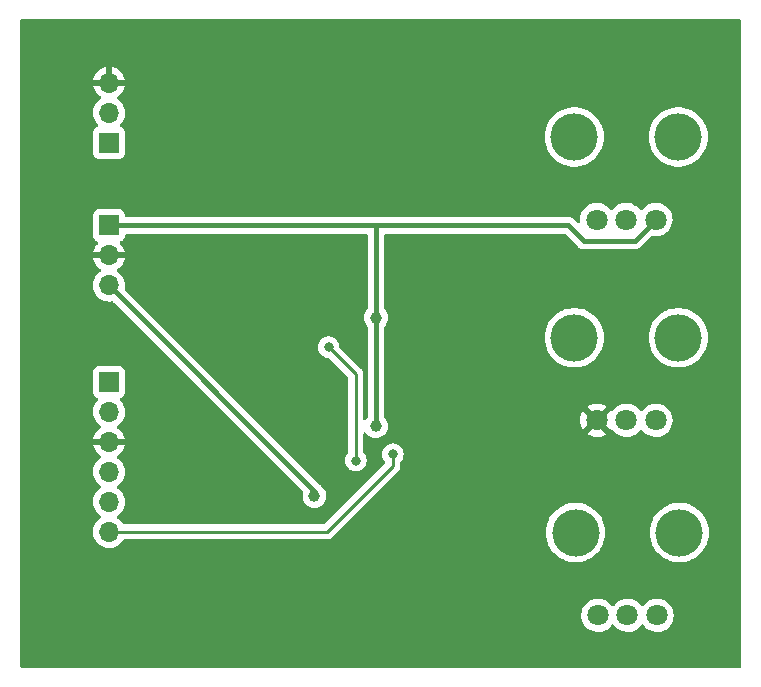
<source format=gbr>
%TF.GenerationSoftware,KiCad,Pcbnew,(6.0.11)*%
%TF.CreationDate,2023-01-31T16:53:48+00:00*%
%TF.ProjectId,Quilter,5175696c-7465-4722-9e6b-696361645f70,rev?*%
%TF.SameCoordinates,Original*%
%TF.FileFunction,Copper,L2,Bot*%
%TF.FilePolarity,Positive*%
%FSLAX46Y46*%
G04 Gerber Fmt 4.6, Leading zero omitted, Abs format (unit mm)*
G04 Created by KiCad (PCBNEW (6.0.11)) date 2023-01-31 16:53:48*
%MOMM*%
%LPD*%
G01*
G04 APERTURE LIST*
%TA.AperFunction,ComponentPad*%
%ADD10C,1.800000*%
%TD*%
%TA.AperFunction,WasherPad*%
%ADD11C,4.000000*%
%TD*%
%TA.AperFunction,ComponentPad*%
%ADD12R,1.700000X1.700000*%
%TD*%
%TA.AperFunction,ComponentPad*%
%ADD13O,1.700000X1.700000*%
%TD*%
%TA.AperFunction,ViaPad*%
%ADD14C,0.800000*%
%TD*%
%TA.AperFunction,ViaPad*%
%ADD15C,1.000000*%
%TD*%
%TA.AperFunction,Conductor*%
%ADD16C,0.400000*%
%TD*%
%TA.AperFunction,Conductor*%
%ADD17C,0.250000*%
%TD*%
G04 APERTURE END LIST*
D10*
%TO.P,FREQ_OFFSET1,3,3*%
%TO.N,-12V*%
X87300000Y-57500000D03*
%TO.P,FREQ_OFFSET1,2,2*%
%TO.N,Net-(FREQ_OFFSET1-Pad2)*%
X89800000Y-57500000D03*
%TO.P,FREQ_OFFSET1,1,1*%
%TO.N,+12V*%
X92300000Y-57500000D03*
D11*
%TO.P,FREQ_OFFSET1,*%
%TO.N,*%
X85400000Y-50500000D03*
X94200000Y-50500000D03*
%TD*%
D10*
%TO.P,Q_CTRL1,3,3*%
%TO.N,GND*%
X87300000Y-74500000D03*
%TO.P,Q_CTRL1,2,2*%
%TO.N,Net-(R12-Pad1)*%
X89800000Y-74500000D03*
%TO.P,Q_CTRL1,1,1*%
%TO.N,+12V*%
X92300000Y-74500000D03*
D11*
%TO.P,Q_CTRL1,*%
%TO.N,*%
X85400000Y-67500000D03*
X94200000Y-67500000D03*
%TD*%
D10*
%TO.P,V_OCT1,3,3*%
%TO.N,Net-(R9-Pad2)*%
X87400000Y-91000000D03*
%TO.P,V_OCT1,2,2*%
X89900000Y-91000000D03*
%TO.P,V_OCT1,1,1*%
%TO.N,Net-(R8-Pad1)*%
X92400000Y-91000000D03*
D11*
%TO.P,V_OCT1,*%
%TO.N,*%
X85500000Y-84000000D03*
X94300000Y-84000000D03*
%TD*%
D12*
%TO.P,J3,1,Pin_1*%
%TO.N,+12V*%
X46000000Y-51000000D03*
D13*
%TO.P,J3,2,Pin_2*%
%TO.N,-12V*%
X46000000Y-48460000D03*
%TO.P,J3,3,Pin_3*%
%TO.N,GND*%
X46000000Y-45920000D03*
%TD*%
D12*
%TO.P,J2,1,Pin_1*%
%TO.N,+12V*%
X46000000Y-58000000D03*
D13*
%TO.P,J2,2,Pin_2*%
%TO.N,GND*%
X46000000Y-60540000D03*
%TO.P,J2,3,Pin_3*%
%TO.N,-12V*%
X46000000Y-63080000D03*
%TD*%
D12*
%TO.P,J1,1,Pin_1*%
%TO.N,/SIG_IN+*%
X46000000Y-71250000D03*
D13*
%TO.P,J1,2,Pin_2*%
%TO.N,/SIG_IN-*%
X46000000Y-73790000D03*
%TO.P,J1,3,Pin_3*%
%TO.N,GND*%
X46000000Y-76330000D03*
%TO.P,J1,4,Pin_4*%
%TO.N,/FREQ1*%
X46000000Y-78870000D03*
%TO.P,J1,5,Pin_5*%
%TO.N,/FREQ2*%
X46000000Y-81410000D03*
%TO.P,J1,6,Pin_6*%
%TO.N,/MIX_OUT*%
X46000000Y-83950000D03*
%TD*%
D14*
%TO.N,GND*%
X69700000Y-72300000D03*
X69900000Y-62800000D03*
X75100000Y-66500000D03*
X56600000Y-66500000D03*
%TO.N,/MIX_OUT*%
X70035000Y-77365000D03*
%TO.N,GND*%
X61400000Y-80100000D03*
X60900000Y-74800000D03*
D15*
%TO.N,-12V*%
X63400000Y-80900000D03*
D14*
%TO.N,Net-(C8-Pad2)*%
X66900000Y-77900000D03*
X64600000Y-68300000D03*
D15*
%TO.N,+12V*%
X68599999Y-65799999D03*
X68599999Y-74999999D03*
%TD*%
D16*
%TO.N,+12V*%
X90500000Y-59300000D02*
X92300000Y-57500000D01*
X86200000Y-59300000D02*
X90500000Y-59300000D01*
X84900000Y-58000000D02*
X86200000Y-59300000D01*
X68700000Y-58000000D02*
X84900000Y-58000000D01*
D17*
%TO.N,/MIX_OUT*%
X70035000Y-78365000D02*
X64450000Y-83950000D01*
X70035000Y-77365000D02*
X70035000Y-78365000D01*
X64450000Y-83950000D02*
X46000000Y-83950000D01*
D16*
%TO.N,-12V*%
X63400000Y-80480000D02*
X63400000Y-80900000D01*
X46000000Y-63080000D02*
X63400000Y-80480000D01*
D17*
%TO.N,Net-(C8-Pad2)*%
X66900000Y-70600000D02*
X66900000Y-77900000D01*
X64600000Y-68300000D02*
X66900000Y-70600000D01*
D16*
%TO.N,+12V*%
X68599999Y-65799999D02*
X68599999Y-74999999D01*
X68600000Y-58100000D02*
X68599999Y-65799999D01*
X68700000Y-58000000D02*
X68600000Y-58100000D01*
X46000000Y-58000000D02*
X68700000Y-58000000D01*
%TD*%
%TA.AperFunction,Conductor*%
%TO.N,GND*%
G36*
X99433621Y-40528502D02*
G01*
X99480114Y-40582158D01*
X99491500Y-40634500D01*
X99491500Y-95365500D01*
X99471498Y-95433621D01*
X99417842Y-95480114D01*
X99365500Y-95491500D01*
X38634500Y-95491500D01*
X38566379Y-95471498D01*
X38519886Y-95417842D01*
X38508500Y-95365500D01*
X38508500Y-90965469D01*
X85987095Y-90965469D01*
X85987392Y-90970622D01*
X85987392Y-90970625D01*
X85993067Y-91069041D01*
X86000427Y-91196697D01*
X86001564Y-91201743D01*
X86001565Y-91201749D01*
X86033741Y-91344523D01*
X86051346Y-91422642D01*
X86053288Y-91427424D01*
X86053289Y-91427428D01*
X86136540Y-91632450D01*
X86138484Y-91637237D01*
X86259501Y-91834719D01*
X86411147Y-92009784D01*
X86589349Y-92157730D01*
X86789322Y-92274584D01*
X87005694Y-92357209D01*
X87010760Y-92358240D01*
X87010761Y-92358240D01*
X87063846Y-92369040D01*
X87232656Y-92403385D01*
X87363324Y-92408176D01*
X87458949Y-92411683D01*
X87458953Y-92411683D01*
X87464113Y-92411872D01*
X87469233Y-92411216D01*
X87469235Y-92411216D01*
X87542270Y-92401860D01*
X87693847Y-92382442D01*
X87698795Y-92380957D01*
X87698802Y-92380956D01*
X87910747Y-92317369D01*
X87915690Y-92315886D01*
X87996236Y-92276427D01*
X88119049Y-92216262D01*
X88119052Y-92216260D01*
X88123684Y-92213991D01*
X88312243Y-92079494D01*
X88476303Y-91916005D01*
X88545370Y-91819888D01*
X88601365Y-91776240D01*
X88672068Y-91769794D01*
X88735033Y-91802597D01*
X88755128Y-91827584D01*
X88756799Y-91830311D01*
X88756804Y-91830317D01*
X88759501Y-91834719D01*
X88911147Y-92009784D01*
X89089349Y-92157730D01*
X89289322Y-92274584D01*
X89505694Y-92357209D01*
X89510760Y-92358240D01*
X89510761Y-92358240D01*
X89563846Y-92369040D01*
X89732656Y-92403385D01*
X89863324Y-92408176D01*
X89958949Y-92411683D01*
X89958953Y-92411683D01*
X89964113Y-92411872D01*
X89969233Y-92411216D01*
X89969235Y-92411216D01*
X90042270Y-92401860D01*
X90193847Y-92382442D01*
X90198795Y-92380957D01*
X90198802Y-92380956D01*
X90410747Y-92317369D01*
X90415690Y-92315886D01*
X90496236Y-92276427D01*
X90619049Y-92216262D01*
X90619052Y-92216260D01*
X90623684Y-92213991D01*
X90812243Y-92079494D01*
X90976303Y-91916005D01*
X91045370Y-91819888D01*
X91101365Y-91776240D01*
X91172068Y-91769794D01*
X91235033Y-91802597D01*
X91255128Y-91827584D01*
X91256799Y-91830311D01*
X91256804Y-91830317D01*
X91259501Y-91834719D01*
X91411147Y-92009784D01*
X91589349Y-92157730D01*
X91789322Y-92274584D01*
X92005694Y-92357209D01*
X92010760Y-92358240D01*
X92010761Y-92358240D01*
X92063846Y-92369040D01*
X92232656Y-92403385D01*
X92363324Y-92408176D01*
X92458949Y-92411683D01*
X92458953Y-92411683D01*
X92464113Y-92411872D01*
X92469233Y-92411216D01*
X92469235Y-92411216D01*
X92542270Y-92401860D01*
X92693847Y-92382442D01*
X92698795Y-92380957D01*
X92698802Y-92380956D01*
X92910747Y-92317369D01*
X92915690Y-92315886D01*
X92996236Y-92276427D01*
X93119049Y-92216262D01*
X93119052Y-92216260D01*
X93123684Y-92213991D01*
X93312243Y-92079494D01*
X93476303Y-91916005D01*
X93611458Y-91727917D01*
X93658641Y-91632450D01*
X93711784Y-91524922D01*
X93711785Y-91524920D01*
X93714078Y-91520280D01*
X93781408Y-91298671D01*
X93811640Y-91069041D01*
X93813327Y-91000000D01*
X93807032Y-90923434D01*
X93794773Y-90774318D01*
X93794772Y-90774312D01*
X93794349Y-90769167D01*
X93737925Y-90544533D01*
X93735866Y-90539797D01*
X93647630Y-90336868D01*
X93647628Y-90336865D01*
X93645570Y-90332131D01*
X93519764Y-90137665D01*
X93363887Y-89966358D01*
X93359836Y-89963159D01*
X93359832Y-89963155D01*
X93186177Y-89826011D01*
X93186172Y-89826008D01*
X93182123Y-89822810D01*
X93177607Y-89820317D01*
X93177604Y-89820315D01*
X92983879Y-89713373D01*
X92983875Y-89713371D01*
X92979355Y-89710876D01*
X92974486Y-89709152D01*
X92974482Y-89709150D01*
X92765903Y-89635288D01*
X92765899Y-89635287D01*
X92761028Y-89633562D01*
X92755935Y-89632655D01*
X92755932Y-89632654D01*
X92538095Y-89593851D01*
X92538089Y-89593850D01*
X92533006Y-89592945D01*
X92460096Y-89592054D01*
X92306581Y-89590179D01*
X92306579Y-89590179D01*
X92301411Y-89590116D01*
X92072464Y-89625150D01*
X91852314Y-89697106D01*
X91847726Y-89699494D01*
X91847722Y-89699496D01*
X91821065Y-89713373D01*
X91646872Y-89804052D01*
X91642739Y-89807155D01*
X91642736Y-89807157D01*
X91617625Y-89826011D01*
X91461655Y-89943117D01*
X91301639Y-90110564D01*
X91254836Y-90179174D01*
X91199927Y-90224175D01*
X91129402Y-90232346D01*
X91065655Y-90201092D01*
X91044959Y-90176609D01*
X91022577Y-90142013D01*
X91022574Y-90142009D01*
X91019764Y-90137665D01*
X90863887Y-89966358D01*
X90859836Y-89963159D01*
X90859832Y-89963155D01*
X90686177Y-89826011D01*
X90686172Y-89826008D01*
X90682123Y-89822810D01*
X90677607Y-89820317D01*
X90677604Y-89820315D01*
X90483879Y-89713373D01*
X90483875Y-89713371D01*
X90479355Y-89710876D01*
X90474486Y-89709152D01*
X90474482Y-89709150D01*
X90265903Y-89635288D01*
X90265899Y-89635287D01*
X90261028Y-89633562D01*
X90255935Y-89632655D01*
X90255932Y-89632654D01*
X90038095Y-89593851D01*
X90038089Y-89593850D01*
X90033006Y-89592945D01*
X89960096Y-89592054D01*
X89806581Y-89590179D01*
X89806579Y-89590179D01*
X89801411Y-89590116D01*
X89572464Y-89625150D01*
X89352314Y-89697106D01*
X89347726Y-89699494D01*
X89347722Y-89699496D01*
X89321065Y-89713373D01*
X89146872Y-89804052D01*
X89142739Y-89807155D01*
X89142736Y-89807157D01*
X89117625Y-89826011D01*
X88961655Y-89943117D01*
X88801639Y-90110564D01*
X88754836Y-90179174D01*
X88699927Y-90224175D01*
X88629402Y-90232346D01*
X88565655Y-90201092D01*
X88544959Y-90176609D01*
X88522577Y-90142013D01*
X88522574Y-90142009D01*
X88519764Y-90137665D01*
X88363887Y-89966358D01*
X88359836Y-89963159D01*
X88359832Y-89963155D01*
X88186177Y-89826011D01*
X88186172Y-89826008D01*
X88182123Y-89822810D01*
X88177607Y-89820317D01*
X88177604Y-89820315D01*
X87983879Y-89713373D01*
X87983875Y-89713371D01*
X87979355Y-89710876D01*
X87974486Y-89709152D01*
X87974482Y-89709150D01*
X87765903Y-89635288D01*
X87765899Y-89635287D01*
X87761028Y-89633562D01*
X87755935Y-89632655D01*
X87755932Y-89632654D01*
X87538095Y-89593851D01*
X87538089Y-89593850D01*
X87533006Y-89592945D01*
X87460096Y-89592054D01*
X87306581Y-89590179D01*
X87306579Y-89590179D01*
X87301411Y-89590116D01*
X87072464Y-89625150D01*
X86852314Y-89697106D01*
X86847726Y-89699494D01*
X86847722Y-89699496D01*
X86821065Y-89713373D01*
X86646872Y-89804052D01*
X86642739Y-89807155D01*
X86642736Y-89807157D01*
X86617625Y-89826011D01*
X86461655Y-89943117D01*
X86301639Y-90110564D01*
X86298730Y-90114829D01*
X86298724Y-90114837D01*
X86283152Y-90137665D01*
X86171119Y-90301899D01*
X86073602Y-90511981D01*
X86011707Y-90735169D01*
X85987095Y-90965469D01*
X38508500Y-90965469D01*
X38508500Y-83916695D01*
X44637251Y-83916695D01*
X44650110Y-84139715D01*
X44651247Y-84144761D01*
X44651248Y-84144767D01*
X44675304Y-84251508D01*
X44699222Y-84357639D01*
X44759014Y-84504890D01*
X44776662Y-84548351D01*
X44783266Y-84564616D01*
X44899987Y-84755088D01*
X45046250Y-84923938D01*
X45218126Y-85066632D01*
X45411000Y-85179338D01*
X45619692Y-85259030D01*
X45624760Y-85260061D01*
X45624763Y-85260062D01*
X45732017Y-85281883D01*
X45838597Y-85303567D01*
X45843772Y-85303757D01*
X45843774Y-85303757D01*
X46056673Y-85311564D01*
X46056677Y-85311564D01*
X46061837Y-85311753D01*
X46066957Y-85311097D01*
X46066959Y-85311097D01*
X46278288Y-85284025D01*
X46278289Y-85284025D01*
X46283416Y-85283368D01*
X46288366Y-85281883D01*
X46492429Y-85220661D01*
X46492434Y-85220659D01*
X46497384Y-85219174D01*
X46697994Y-85120896D01*
X46879860Y-84991173D01*
X47038096Y-84833489D01*
X47097594Y-84750689D01*
X47165435Y-84656277D01*
X47168453Y-84652077D01*
X47170746Y-84647437D01*
X47172446Y-84644608D01*
X47224674Y-84596518D01*
X47280451Y-84583500D01*
X64371233Y-84583500D01*
X64382416Y-84584027D01*
X64389909Y-84585702D01*
X64397835Y-84585453D01*
X64397836Y-84585453D01*
X64457986Y-84583562D01*
X64461945Y-84583500D01*
X64489856Y-84583500D01*
X64493791Y-84583003D01*
X64493856Y-84582995D01*
X64505693Y-84582062D01*
X64537951Y-84581048D01*
X64541970Y-84580922D01*
X64549889Y-84580673D01*
X64569343Y-84575021D01*
X64588700Y-84571013D01*
X64600930Y-84569468D01*
X64600931Y-84569468D01*
X64608797Y-84568474D01*
X64616168Y-84565555D01*
X64616170Y-84565555D01*
X64649912Y-84552196D01*
X64661142Y-84548351D01*
X64695983Y-84538229D01*
X64695984Y-84538229D01*
X64703593Y-84536018D01*
X64710412Y-84531985D01*
X64710417Y-84531983D01*
X64721028Y-84525707D01*
X64738776Y-84517012D01*
X64757617Y-84509552D01*
X64793387Y-84483564D01*
X64803307Y-84477048D01*
X64834535Y-84458580D01*
X64834538Y-84458578D01*
X64841362Y-84454542D01*
X64855683Y-84440221D01*
X64870717Y-84427380D01*
X64880694Y-84420131D01*
X64887107Y-84415472D01*
X64915298Y-84381395D01*
X64923288Y-84372616D01*
X65295904Y-84000000D01*
X82986540Y-84000000D01*
X83006359Y-84315020D01*
X83065505Y-84625072D01*
X83163044Y-84925266D01*
X83164731Y-84928852D01*
X83164733Y-84928856D01*
X83295750Y-85207283D01*
X83295754Y-85207290D01*
X83297438Y-85210869D01*
X83299562Y-85214215D01*
X83299562Y-85214216D01*
X83303652Y-85220661D01*
X83466568Y-85477375D01*
X83667767Y-85720582D01*
X83897860Y-85936654D01*
X84153221Y-86122184D01*
X84429821Y-86274247D01*
X84433490Y-86275700D01*
X84433495Y-86275702D01*
X84719628Y-86388990D01*
X84723298Y-86390443D01*
X85029025Y-86468940D01*
X85342179Y-86508500D01*
X85657821Y-86508500D01*
X85970975Y-86468940D01*
X86276702Y-86390443D01*
X86280372Y-86388990D01*
X86566505Y-86275702D01*
X86566510Y-86275700D01*
X86570179Y-86274247D01*
X86846779Y-86122184D01*
X87102140Y-85936654D01*
X87332233Y-85720582D01*
X87533432Y-85477375D01*
X87696348Y-85220661D01*
X87700438Y-85214216D01*
X87700438Y-85214215D01*
X87702562Y-85210869D01*
X87704246Y-85207290D01*
X87704250Y-85207283D01*
X87835267Y-84928856D01*
X87835269Y-84928852D01*
X87836956Y-84925266D01*
X87934495Y-84625072D01*
X87993641Y-84315020D01*
X88013460Y-84000000D01*
X91786540Y-84000000D01*
X91806359Y-84315020D01*
X91865505Y-84625072D01*
X91963044Y-84925266D01*
X91964731Y-84928852D01*
X91964733Y-84928856D01*
X92095750Y-85207283D01*
X92095754Y-85207290D01*
X92097438Y-85210869D01*
X92099562Y-85214215D01*
X92099562Y-85214216D01*
X92103652Y-85220661D01*
X92266568Y-85477375D01*
X92467767Y-85720582D01*
X92697860Y-85936654D01*
X92953221Y-86122184D01*
X93229821Y-86274247D01*
X93233490Y-86275700D01*
X93233495Y-86275702D01*
X93519628Y-86388990D01*
X93523298Y-86390443D01*
X93829025Y-86468940D01*
X94142179Y-86508500D01*
X94457821Y-86508500D01*
X94770975Y-86468940D01*
X95076702Y-86390443D01*
X95080372Y-86388990D01*
X95366505Y-86275702D01*
X95366510Y-86275700D01*
X95370179Y-86274247D01*
X95646779Y-86122184D01*
X95902140Y-85936654D01*
X96132233Y-85720582D01*
X96333432Y-85477375D01*
X96496348Y-85220661D01*
X96500438Y-85214216D01*
X96500438Y-85214215D01*
X96502562Y-85210869D01*
X96504246Y-85207290D01*
X96504250Y-85207283D01*
X96635267Y-84928856D01*
X96635269Y-84928852D01*
X96636956Y-84925266D01*
X96734495Y-84625072D01*
X96793641Y-84315020D01*
X96813460Y-84000000D01*
X96793641Y-83684980D01*
X96734495Y-83374928D01*
X96636956Y-83074734D01*
X96579697Y-82953051D01*
X96504250Y-82792717D01*
X96504246Y-82792710D01*
X96502562Y-82789131D01*
X96333432Y-82522625D01*
X96215468Y-82380031D01*
X96134758Y-82282470D01*
X96134757Y-82282469D01*
X96132233Y-82279418D01*
X95902140Y-82063346D01*
X95646779Y-81877816D01*
X95581662Y-81842017D01*
X95373648Y-81727660D01*
X95373647Y-81727659D01*
X95370179Y-81725753D01*
X95366510Y-81724300D01*
X95366505Y-81724298D01*
X95080372Y-81611010D01*
X95080371Y-81611010D01*
X95076702Y-81609557D01*
X94770975Y-81531060D01*
X94457821Y-81491500D01*
X94142179Y-81491500D01*
X93829025Y-81531060D01*
X93523298Y-81609557D01*
X93519629Y-81611010D01*
X93519628Y-81611010D01*
X93233495Y-81724298D01*
X93233490Y-81724300D01*
X93229821Y-81725753D01*
X93226353Y-81727659D01*
X93226352Y-81727660D01*
X93018339Y-81842017D01*
X92953221Y-81877816D01*
X92697860Y-82063346D01*
X92467767Y-82279418D01*
X92465243Y-82282469D01*
X92465242Y-82282470D01*
X92384532Y-82380031D01*
X92266568Y-82522625D01*
X92097438Y-82789131D01*
X92095754Y-82792710D01*
X92095750Y-82792717D01*
X92020303Y-82953051D01*
X91963044Y-83074734D01*
X91865505Y-83374928D01*
X91806359Y-83684980D01*
X91786540Y-84000000D01*
X88013460Y-84000000D01*
X87993641Y-83684980D01*
X87934495Y-83374928D01*
X87836956Y-83074734D01*
X87779697Y-82953051D01*
X87704250Y-82792717D01*
X87704246Y-82792710D01*
X87702562Y-82789131D01*
X87533432Y-82522625D01*
X87415468Y-82380031D01*
X87334758Y-82282470D01*
X87334757Y-82282469D01*
X87332233Y-82279418D01*
X87102140Y-82063346D01*
X86846779Y-81877816D01*
X86781662Y-81842017D01*
X86573648Y-81727660D01*
X86573647Y-81727659D01*
X86570179Y-81725753D01*
X86566510Y-81724300D01*
X86566505Y-81724298D01*
X86280372Y-81611010D01*
X86280371Y-81611010D01*
X86276702Y-81609557D01*
X85970975Y-81531060D01*
X85657821Y-81491500D01*
X85342179Y-81491500D01*
X85029025Y-81531060D01*
X84723298Y-81609557D01*
X84719629Y-81611010D01*
X84719628Y-81611010D01*
X84433495Y-81724298D01*
X84433490Y-81724300D01*
X84429821Y-81725753D01*
X84426353Y-81727659D01*
X84426352Y-81727660D01*
X84218339Y-81842017D01*
X84153221Y-81877816D01*
X83897860Y-82063346D01*
X83667767Y-82279418D01*
X83665243Y-82282469D01*
X83665242Y-82282470D01*
X83584532Y-82380031D01*
X83466568Y-82522625D01*
X83297438Y-82789131D01*
X83295754Y-82792710D01*
X83295750Y-82792717D01*
X83220303Y-82953051D01*
X83163044Y-83074734D01*
X83065505Y-83374928D01*
X83006359Y-83684980D01*
X82986540Y-84000000D01*
X65295904Y-84000000D01*
X70427253Y-78868652D01*
X70435539Y-78861112D01*
X70442018Y-78857000D01*
X70488644Y-78807348D01*
X70491398Y-78804507D01*
X70511135Y-78784770D01*
X70513615Y-78781573D01*
X70521320Y-78772551D01*
X70524848Y-78768794D01*
X70551586Y-78740321D01*
X70555405Y-78733375D01*
X70555407Y-78733372D01*
X70561348Y-78722566D01*
X70572199Y-78706047D01*
X70579758Y-78696301D01*
X70584614Y-78690041D01*
X70587759Y-78682772D01*
X70587762Y-78682768D01*
X70602174Y-78649463D01*
X70607391Y-78638813D01*
X70628695Y-78600060D01*
X70633733Y-78580437D01*
X70640137Y-78561734D01*
X70645033Y-78550420D01*
X70645033Y-78550419D01*
X70648181Y-78543145D01*
X70649420Y-78535322D01*
X70649423Y-78535312D01*
X70655099Y-78499476D01*
X70657505Y-78487856D01*
X70666528Y-78452711D01*
X70666528Y-78452710D01*
X70668500Y-78445030D01*
X70668500Y-78424776D01*
X70670051Y-78405065D01*
X70671980Y-78392886D01*
X70673220Y-78385057D01*
X70669059Y-78341038D01*
X70668500Y-78329181D01*
X70668500Y-78067524D01*
X70688502Y-77999403D01*
X70700858Y-77983221D01*
X70774040Y-77901944D01*
X70869527Y-77736556D01*
X70928542Y-77554928D01*
X70930023Y-77540842D01*
X70947814Y-77371565D01*
X70948504Y-77365000D01*
X70939758Y-77281787D01*
X70929232Y-77181635D01*
X70929232Y-77181633D01*
X70928542Y-77175072D01*
X70869527Y-76993444D01*
X70774040Y-76828056D01*
X70687953Y-76732446D01*
X70650675Y-76691045D01*
X70650674Y-76691044D01*
X70646253Y-76686134D01*
X70491752Y-76573882D01*
X70485724Y-76571198D01*
X70485722Y-76571197D01*
X70323319Y-76498891D01*
X70323318Y-76498891D01*
X70317288Y-76496206D01*
X70223888Y-76476353D01*
X70136944Y-76457872D01*
X70136939Y-76457872D01*
X70130487Y-76456500D01*
X69939513Y-76456500D01*
X69933061Y-76457872D01*
X69933056Y-76457872D01*
X69846112Y-76476353D01*
X69752712Y-76496206D01*
X69746682Y-76498891D01*
X69746681Y-76498891D01*
X69584278Y-76571197D01*
X69584276Y-76571198D01*
X69578248Y-76573882D01*
X69423747Y-76686134D01*
X69419326Y-76691044D01*
X69419325Y-76691045D01*
X69382048Y-76732446D01*
X69295960Y-76828056D01*
X69200473Y-76993444D01*
X69141458Y-77175072D01*
X69140768Y-77181633D01*
X69140768Y-77181635D01*
X69130242Y-77281787D01*
X69121496Y-77365000D01*
X69122186Y-77371565D01*
X69139978Y-77540842D01*
X69141458Y-77554928D01*
X69200473Y-77736556D01*
X69295960Y-77901944D01*
X69300375Y-77906847D01*
X69361026Y-77974207D01*
X69391743Y-78038215D01*
X69382978Y-78108668D01*
X69356484Y-78147612D01*
X64224500Y-83279595D01*
X64162188Y-83313621D01*
X64135405Y-83316500D01*
X47276805Y-83316500D01*
X47208684Y-83296498D01*
X47171013Y-83258940D01*
X47082822Y-83122617D01*
X47082820Y-83122614D01*
X47080014Y-83118277D01*
X46929670Y-82953051D01*
X46925619Y-82949852D01*
X46925615Y-82949848D01*
X46758414Y-82817800D01*
X46758410Y-82817798D01*
X46754359Y-82814598D01*
X46713053Y-82791796D01*
X46663084Y-82741364D01*
X46648312Y-82671921D01*
X46673428Y-82605516D01*
X46700780Y-82578909D01*
X46744603Y-82547650D01*
X46879860Y-82451173D01*
X47038096Y-82293489D01*
X47097594Y-82210689D01*
X47165435Y-82116277D01*
X47168453Y-82112077D01*
X47191198Y-82066057D01*
X47265136Y-81916453D01*
X47265137Y-81916451D01*
X47267430Y-81911811D01*
X47332370Y-81698069D01*
X47361529Y-81476590D01*
X47363156Y-81410000D01*
X47344852Y-81187361D01*
X47290431Y-80970702D01*
X47201354Y-80765840D01*
X47080014Y-80578277D01*
X46929670Y-80413051D01*
X46925619Y-80409852D01*
X46925615Y-80409848D01*
X46758414Y-80277800D01*
X46758410Y-80277798D01*
X46754359Y-80274598D01*
X46713053Y-80251796D01*
X46663084Y-80201364D01*
X46648312Y-80131921D01*
X46673428Y-80065516D01*
X46700780Y-80038909D01*
X46751170Y-80002966D01*
X46879860Y-79911173D01*
X47038096Y-79753489D01*
X47097594Y-79670689D01*
X47165435Y-79576277D01*
X47168453Y-79572077D01*
X47267430Y-79371811D01*
X47332370Y-79158069D01*
X47361529Y-78936590D01*
X47363156Y-78870000D01*
X47344852Y-78647361D01*
X47290431Y-78430702D01*
X47201354Y-78225840D01*
X47080014Y-78038277D01*
X46929670Y-77873051D01*
X46925619Y-77869852D01*
X46925615Y-77869848D01*
X46758414Y-77737800D01*
X46758410Y-77737798D01*
X46754359Y-77734598D01*
X46712569Y-77711529D01*
X46662598Y-77661097D01*
X46647826Y-77591654D01*
X46672942Y-77525248D01*
X46700294Y-77498641D01*
X46875328Y-77373792D01*
X46883200Y-77367139D01*
X47034052Y-77216812D01*
X47040730Y-77208965D01*
X47165003Y-77036020D01*
X47170313Y-77027183D01*
X47264670Y-76836267D01*
X47268469Y-76826672D01*
X47330377Y-76622910D01*
X47332555Y-76612837D01*
X47333986Y-76601962D01*
X47331775Y-76587778D01*
X47318617Y-76584000D01*
X44683225Y-76584000D01*
X44669694Y-76587973D01*
X44668257Y-76597966D01*
X44698565Y-76732446D01*
X44701645Y-76742275D01*
X44781770Y-76939603D01*
X44786413Y-76948794D01*
X44897694Y-77130388D01*
X44903777Y-77138699D01*
X45043213Y-77299667D01*
X45050580Y-77306883D01*
X45214434Y-77442916D01*
X45222881Y-77448831D01*
X45291969Y-77489203D01*
X45340693Y-77540842D01*
X45353764Y-77610625D01*
X45327033Y-77676396D01*
X45286584Y-77709752D01*
X45273607Y-77716507D01*
X45269474Y-77719610D01*
X45269471Y-77719612D01*
X45099100Y-77847530D01*
X45094965Y-77850635D01*
X44940629Y-78012138D01*
X44814743Y-78196680D01*
X44799003Y-78230590D01*
X44723668Y-78392886D01*
X44720688Y-78399305D01*
X44660989Y-78614570D01*
X44637251Y-78836695D01*
X44637548Y-78841848D01*
X44637548Y-78841851D01*
X44643011Y-78936590D01*
X44650110Y-79059715D01*
X44651247Y-79064761D01*
X44651248Y-79064767D01*
X44671119Y-79152939D01*
X44699222Y-79277639D01*
X44783266Y-79484616D01*
X44899987Y-79675088D01*
X45046250Y-79843938D01*
X45218126Y-79986632D01*
X45288595Y-80027811D01*
X45291445Y-80029476D01*
X45340169Y-80081114D01*
X45353240Y-80150897D01*
X45326509Y-80216669D01*
X45286055Y-80250027D01*
X45273607Y-80256507D01*
X45269474Y-80259610D01*
X45269471Y-80259612D01*
X45156218Y-80344645D01*
X45094965Y-80390635D01*
X45091393Y-80394373D01*
X44945829Y-80546697D01*
X44940629Y-80552138D01*
X44814743Y-80736680D01*
X44799003Y-80770590D01*
X44725799Y-80928295D01*
X44720688Y-80939305D01*
X44660989Y-81154570D01*
X44637251Y-81376695D01*
X44637548Y-81381848D01*
X44637548Y-81381851D01*
X44643870Y-81491500D01*
X44650110Y-81599715D01*
X44651247Y-81604761D01*
X44651248Y-81604767D01*
X44652328Y-81609557D01*
X44699222Y-81817639D01*
X44783266Y-82024616D01*
X44899987Y-82215088D01*
X45046250Y-82383938D01*
X45122846Y-82447529D01*
X45213300Y-82522625D01*
X45218126Y-82526632D01*
X45288595Y-82567811D01*
X45291445Y-82569476D01*
X45340169Y-82621114D01*
X45353240Y-82690897D01*
X45326509Y-82756669D01*
X45286055Y-82790027D01*
X45280888Y-82792717D01*
X45273607Y-82796507D01*
X45269474Y-82799610D01*
X45269471Y-82799612D01*
X45245247Y-82817800D01*
X45094965Y-82930635D01*
X44940629Y-83092138D01*
X44814743Y-83276680D01*
X44720688Y-83479305D01*
X44660989Y-83694570D01*
X44637251Y-83916695D01*
X38508500Y-83916695D01*
X38508500Y-73756695D01*
X44637251Y-73756695D01*
X44637548Y-73761848D01*
X44637548Y-73761851D01*
X44643011Y-73856590D01*
X44650110Y-73979715D01*
X44651247Y-73984761D01*
X44651248Y-73984767D01*
X44665847Y-74049544D01*
X44699222Y-74197639D01*
X44783266Y-74404616D01*
X44797273Y-74427473D01*
X44886059Y-74572359D01*
X44899987Y-74595088D01*
X45046250Y-74763938D01*
X45218126Y-74906632D01*
X45291955Y-74949774D01*
X45340679Y-75001412D01*
X45353750Y-75071195D01*
X45327019Y-75136967D01*
X45286562Y-75170327D01*
X45278457Y-75174546D01*
X45269738Y-75180036D01*
X45099433Y-75307905D01*
X45091726Y-75314748D01*
X44944590Y-75468717D01*
X44938104Y-75476727D01*
X44818098Y-75652649D01*
X44813000Y-75661623D01*
X44723338Y-75854783D01*
X44719775Y-75864470D01*
X44664389Y-76064183D01*
X44665912Y-76072607D01*
X44678292Y-76076000D01*
X47318344Y-76076000D01*
X47331875Y-76072027D01*
X47333180Y-76062947D01*
X47291214Y-75895875D01*
X47287894Y-75886124D01*
X47202972Y-75690814D01*
X47198105Y-75681739D01*
X47082426Y-75502926D01*
X47076136Y-75494757D01*
X46932806Y-75337240D01*
X46925273Y-75330215D01*
X46758139Y-75198222D01*
X46749556Y-75192520D01*
X46712602Y-75172120D01*
X46662631Y-75121687D01*
X46647859Y-75052245D01*
X46672975Y-74985839D01*
X46700327Y-74959232D01*
X46758919Y-74917439D01*
X46879860Y-74831173D01*
X46907513Y-74803617D01*
X47034435Y-74677137D01*
X47038096Y-74673489D01*
X47097594Y-74590689D01*
X47165435Y-74496277D01*
X47168453Y-74492077D01*
X47181604Y-74465469D01*
X47265136Y-74296453D01*
X47265137Y-74296451D01*
X47267430Y-74291811D01*
X47314933Y-74135461D01*
X47330865Y-74083023D01*
X47330865Y-74083021D01*
X47332370Y-74078069D01*
X47361529Y-73856590D01*
X47363156Y-73790000D01*
X47344852Y-73567361D01*
X47290431Y-73350702D01*
X47201354Y-73145840D01*
X47080014Y-72958277D01*
X47076532Y-72954450D01*
X46932798Y-72796488D01*
X46901746Y-72732642D01*
X46910141Y-72662143D01*
X46955317Y-72607375D01*
X46981761Y-72593706D01*
X47088297Y-72553767D01*
X47096705Y-72550615D01*
X47213261Y-72463261D01*
X47300615Y-72346705D01*
X47351745Y-72210316D01*
X47358500Y-72148134D01*
X47358500Y-70351866D01*
X47351745Y-70289684D01*
X47300615Y-70153295D01*
X47213261Y-70036739D01*
X47096705Y-69949385D01*
X46960316Y-69898255D01*
X46898134Y-69891500D01*
X45101866Y-69891500D01*
X45039684Y-69898255D01*
X44903295Y-69949385D01*
X44786739Y-70036739D01*
X44699385Y-70153295D01*
X44648255Y-70289684D01*
X44641500Y-70351866D01*
X44641500Y-72148134D01*
X44648255Y-72210316D01*
X44699385Y-72346705D01*
X44786739Y-72463261D01*
X44903295Y-72550615D01*
X44911704Y-72553767D01*
X44911705Y-72553768D01*
X45020451Y-72594535D01*
X45077216Y-72637176D01*
X45101916Y-72703738D01*
X45086709Y-72773087D01*
X45067316Y-72799568D01*
X44940629Y-72932138D01*
X44814743Y-73116680D01*
X44720688Y-73319305D01*
X44660989Y-73534570D01*
X44637251Y-73756695D01*
X38508500Y-73756695D01*
X38508500Y-63046695D01*
X44637251Y-63046695D01*
X44637548Y-63051848D01*
X44637548Y-63051851D01*
X44643011Y-63146590D01*
X44650110Y-63269715D01*
X44651247Y-63274761D01*
X44651248Y-63274767D01*
X44666822Y-63343871D01*
X44699222Y-63487639D01*
X44783266Y-63694616D01*
X44899987Y-63885088D01*
X45046250Y-64053938D01*
X45218126Y-64196632D01*
X45411000Y-64309338D01*
X45619692Y-64389030D01*
X45624760Y-64390061D01*
X45624763Y-64390062D01*
X45684891Y-64402295D01*
X45838597Y-64433567D01*
X45843772Y-64433757D01*
X45843774Y-64433757D01*
X46056673Y-64441564D01*
X46056677Y-64441564D01*
X46061837Y-64441753D01*
X46066957Y-64441097D01*
X46066959Y-64441097D01*
X46264589Y-64415780D01*
X46334699Y-64426965D01*
X46369694Y-64451664D01*
X62402415Y-80484385D01*
X62436441Y-80546697D01*
X62433422Y-80611578D01*
X62408765Y-80689306D01*
X62386719Y-80885851D01*
X62387235Y-80891995D01*
X62391208Y-80939305D01*
X62403268Y-81082934D01*
X62457783Y-81273050D01*
X62460602Y-81278535D01*
X62529896Y-81413365D01*
X62548187Y-81448956D01*
X62671035Y-81603953D01*
X62675728Y-81607947D01*
X62675729Y-81607948D01*
X62816391Y-81727660D01*
X62821650Y-81732136D01*
X62994294Y-81828624D01*
X63182392Y-81889740D01*
X63378777Y-81913158D01*
X63384912Y-81912686D01*
X63384914Y-81912686D01*
X63569830Y-81898457D01*
X63569834Y-81898456D01*
X63575972Y-81897984D01*
X63766463Y-81844798D01*
X63771967Y-81842018D01*
X63771969Y-81842017D01*
X63937495Y-81758404D01*
X63937497Y-81758403D01*
X63942996Y-81755625D01*
X64098847Y-81633861D01*
X64192489Y-81525376D01*
X64224049Y-81488813D01*
X64224050Y-81488811D01*
X64228078Y-81484145D01*
X64325769Y-81312179D01*
X64388197Y-81124513D01*
X64412985Y-80928295D01*
X64413380Y-80900000D01*
X64394080Y-80703167D01*
X64336916Y-80513831D01*
X64244066Y-80339204D01*
X64144129Y-80216669D01*
X64122960Y-80190713D01*
X64122957Y-80190710D01*
X64119065Y-80185938D01*
X63990240Y-80079365D01*
X63966717Y-80053648D01*
X63939660Y-80014279D01*
X63939657Y-80014275D01*
X63935357Y-80008019D01*
X63888829Y-79966564D01*
X63883554Y-79961584D01*
X47371383Y-63449413D01*
X47337357Y-63387101D01*
X47335556Y-63343871D01*
X47361092Y-63149908D01*
X47361529Y-63146590D01*
X47363156Y-63080000D01*
X47344852Y-62857361D01*
X47290431Y-62640702D01*
X47201354Y-62435840D01*
X47080014Y-62248277D01*
X46929670Y-62083051D01*
X46925619Y-62079852D01*
X46925615Y-62079848D01*
X46758414Y-61947800D01*
X46758410Y-61947798D01*
X46754359Y-61944598D01*
X46712569Y-61921529D01*
X46662598Y-61871097D01*
X46647826Y-61801654D01*
X46672942Y-61735248D01*
X46700294Y-61708641D01*
X46875328Y-61583792D01*
X46883200Y-61577139D01*
X47034052Y-61426812D01*
X47040730Y-61418965D01*
X47165003Y-61246020D01*
X47170313Y-61237183D01*
X47264670Y-61046267D01*
X47268469Y-61036672D01*
X47330377Y-60832910D01*
X47332555Y-60822837D01*
X47333986Y-60811962D01*
X47331775Y-60797778D01*
X47318617Y-60794000D01*
X44683225Y-60794000D01*
X44669694Y-60797973D01*
X44668257Y-60807966D01*
X44698565Y-60942446D01*
X44701645Y-60952275D01*
X44781770Y-61149603D01*
X44786413Y-61158794D01*
X44897694Y-61340388D01*
X44903777Y-61348699D01*
X45043213Y-61509667D01*
X45050580Y-61516883D01*
X45214434Y-61652916D01*
X45222881Y-61658831D01*
X45291969Y-61699203D01*
X45340693Y-61750842D01*
X45353764Y-61820625D01*
X45327033Y-61886396D01*
X45286584Y-61919752D01*
X45273607Y-61926507D01*
X45269474Y-61929610D01*
X45269471Y-61929612D01*
X45245247Y-61947800D01*
X45094965Y-62060635D01*
X44940629Y-62222138D01*
X44814743Y-62406680D01*
X44720688Y-62609305D01*
X44660989Y-62824570D01*
X44637251Y-63046695D01*
X38508500Y-63046695D01*
X38508500Y-58898134D01*
X44641500Y-58898134D01*
X44648255Y-58960316D01*
X44699385Y-59096705D01*
X44786739Y-59213261D01*
X44903295Y-59300615D01*
X44911704Y-59303767D01*
X44911705Y-59303768D01*
X45020960Y-59344726D01*
X45077725Y-59387367D01*
X45102425Y-59453929D01*
X45087218Y-59523278D01*
X45067825Y-59549759D01*
X44944590Y-59678717D01*
X44938104Y-59686727D01*
X44818098Y-59862649D01*
X44813000Y-59871623D01*
X44723338Y-60064783D01*
X44719775Y-60074470D01*
X44664389Y-60274183D01*
X44665912Y-60282607D01*
X44678292Y-60286000D01*
X47318344Y-60286000D01*
X47331875Y-60282027D01*
X47333180Y-60272947D01*
X47291214Y-60105875D01*
X47287894Y-60096124D01*
X47202972Y-59900814D01*
X47198105Y-59891739D01*
X47082426Y-59712926D01*
X47076136Y-59704757D01*
X46932293Y-59546677D01*
X46901241Y-59482831D01*
X46909635Y-59412333D01*
X46954812Y-59357564D01*
X46981256Y-59343895D01*
X47088297Y-59303767D01*
X47096705Y-59300615D01*
X47213261Y-59213261D01*
X47300615Y-59096705D01*
X47351745Y-58960316D01*
X47358500Y-58898134D01*
X47358500Y-58834500D01*
X47378502Y-58766379D01*
X47432158Y-58719886D01*
X47484500Y-58708500D01*
X67765500Y-58708500D01*
X67833621Y-58728502D01*
X67880114Y-58782158D01*
X67891500Y-58834500D01*
X67891499Y-61942101D01*
X67891499Y-65029482D01*
X67871497Y-65097603D01*
X67862020Y-65110472D01*
X67763845Y-65227473D01*
X67760878Y-65232871D01*
X67760874Y-65232876D01*
X67757396Y-65239203D01*
X67668566Y-65400786D01*
X67666705Y-65406653D01*
X67666704Y-65406655D01*
X67617737Y-65561018D01*
X67608764Y-65589305D01*
X67586718Y-65785850D01*
X67603267Y-65982933D01*
X67657782Y-66173049D01*
X67748186Y-66348955D01*
X67857762Y-66487206D01*
X67864245Y-66495386D01*
X67890882Y-66561196D01*
X67891499Y-66573650D01*
X67891499Y-74229482D01*
X67871497Y-74297603D01*
X67862020Y-74310472D01*
X67763845Y-74427473D01*
X67762537Y-74429852D01*
X67708471Y-74474002D01*
X67637932Y-74482048D01*
X67574241Y-74450681D01*
X67537618Y-74389859D01*
X67533500Y-74357908D01*
X67533500Y-70678767D01*
X67534027Y-70667584D01*
X67535702Y-70660091D01*
X67533562Y-70592014D01*
X67533500Y-70588055D01*
X67533500Y-70560144D01*
X67532995Y-70556144D01*
X67532062Y-70544301D01*
X67530922Y-70508029D01*
X67530673Y-70500110D01*
X67525022Y-70480658D01*
X67521014Y-70461306D01*
X67519467Y-70449063D01*
X67518474Y-70441203D01*
X67515556Y-70433832D01*
X67502200Y-70400097D01*
X67498355Y-70388870D01*
X67497721Y-70386687D01*
X67486018Y-70346407D01*
X67481984Y-70339585D01*
X67481981Y-70339579D01*
X67475706Y-70328968D01*
X67467010Y-70311218D01*
X67462472Y-70299756D01*
X67462469Y-70299751D01*
X67459552Y-70292383D01*
X67433573Y-70256625D01*
X67427057Y-70246707D01*
X67408575Y-70215457D01*
X67404542Y-70208637D01*
X67390218Y-70194313D01*
X67377376Y-70179278D01*
X67365472Y-70162893D01*
X67331406Y-70134711D01*
X67322627Y-70126722D01*
X65547122Y-68351217D01*
X65513096Y-68288905D01*
X65510907Y-68275292D01*
X65494232Y-68116635D01*
X65494232Y-68116633D01*
X65493542Y-68110072D01*
X65434527Y-67928444D01*
X65339040Y-67763056D01*
X65211253Y-67621134D01*
X65056752Y-67508882D01*
X65050724Y-67506198D01*
X65050722Y-67506197D01*
X64888319Y-67433891D01*
X64888318Y-67433891D01*
X64882288Y-67431206D01*
X64788887Y-67411353D01*
X64701944Y-67392872D01*
X64701939Y-67392872D01*
X64695487Y-67391500D01*
X64504513Y-67391500D01*
X64498061Y-67392872D01*
X64498056Y-67392872D01*
X64411113Y-67411353D01*
X64317712Y-67431206D01*
X64311682Y-67433891D01*
X64311681Y-67433891D01*
X64149278Y-67506197D01*
X64149276Y-67506198D01*
X64143248Y-67508882D01*
X63988747Y-67621134D01*
X63860960Y-67763056D01*
X63765473Y-67928444D01*
X63706458Y-68110072D01*
X63705768Y-68116633D01*
X63705768Y-68116635D01*
X63689093Y-68275292D01*
X63686496Y-68300000D01*
X63706458Y-68489928D01*
X63765473Y-68671556D01*
X63860960Y-68836944D01*
X63988747Y-68978866D01*
X64143248Y-69091118D01*
X64149276Y-69093802D01*
X64149278Y-69093803D01*
X64311681Y-69166109D01*
X64317712Y-69168794D01*
X64411112Y-69188647D01*
X64498056Y-69207128D01*
X64498061Y-69207128D01*
X64504513Y-69208500D01*
X64560406Y-69208500D01*
X64628527Y-69228502D01*
X64649501Y-69245405D01*
X66229595Y-70825499D01*
X66263621Y-70887811D01*
X66266500Y-70914594D01*
X66266500Y-77197476D01*
X66246498Y-77265597D01*
X66234142Y-77281779D01*
X66160960Y-77363056D01*
X66065473Y-77528444D01*
X66006458Y-77710072D01*
X66005768Y-77716633D01*
X66005768Y-77716635D01*
X65989665Y-77869848D01*
X65986496Y-77900000D01*
X65987186Y-77906565D01*
X65996944Y-77999403D01*
X66006458Y-78089928D01*
X66065473Y-78271556D01*
X66160960Y-78436944D01*
X66165378Y-78441851D01*
X66165379Y-78441852D01*
X66206801Y-78487856D01*
X66288747Y-78578866D01*
X66443248Y-78691118D01*
X66449276Y-78693802D01*
X66449278Y-78693803D01*
X66538152Y-78733372D01*
X66617712Y-78768794D01*
X66711112Y-78788647D01*
X66798056Y-78807128D01*
X66798061Y-78807128D01*
X66804513Y-78808500D01*
X66995487Y-78808500D01*
X67001939Y-78807128D01*
X67001944Y-78807128D01*
X67088888Y-78788647D01*
X67182288Y-78768794D01*
X67261848Y-78733372D01*
X67350722Y-78693803D01*
X67350724Y-78693802D01*
X67356752Y-78691118D01*
X67511253Y-78578866D01*
X67593199Y-78487856D01*
X67634621Y-78441852D01*
X67634622Y-78441851D01*
X67639040Y-78436944D01*
X67734527Y-78271556D01*
X67793542Y-78089928D01*
X67803057Y-77999403D01*
X67812814Y-77906565D01*
X67813504Y-77900000D01*
X67810335Y-77869848D01*
X67794232Y-77716635D01*
X67794232Y-77716633D01*
X67793542Y-77710072D01*
X67734527Y-77528444D01*
X67639040Y-77363056D01*
X67565863Y-77281785D01*
X67535147Y-77217779D01*
X67533500Y-77197476D01*
X67533500Y-75639912D01*
X67553502Y-75571791D01*
X67607158Y-75525298D01*
X67677432Y-75515194D01*
X67742012Y-75544688D01*
X67758246Y-75561648D01*
X67867205Y-75699122D01*
X67867210Y-75699127D01*
X67871034Y-75703952D01*
X67875727Y-75707946D01*
X67875728Y-75707947D01*
X67999335Y-75813144D01*
X68021649Y-75832135D01*
X68194293Y-75928623D01*
X68382391Y-75989739D01*
X68578776Y-76013157D01*
X68584911Y-76012685D01*
X68584913Y-76012685D01*
X68769829Y-75998456D01*
X68769833Y-75998455D01*
X68775971Y-75997983D01*
X68966462Y-75944797D01*
X68971966Y-75942017D01*
X68971968Y-75942016D01*
X69137494Y-75858403D01*
X69137496Y-75858402D01*
X69142995Y-75855624D01*
X69298846Y-75733860D01*
X69361386Y-75661406D01*
X86503423Y-75661406D01*
X86508704Y-75668461D01*
X86685080Y-75771527D01*
X86694363Y-75775974D01*
X86901003Y-75854883D01*
X86910901Y-75857759D01*
X87127653Y-75901857D01*
X87137883Y-75903076D01*
X87358914Y-75911182D01*
X87369223Y-75910714D01*
X87588623Y-75882608D01*
X87598688Y-75880468D01*
X87810557Y-75816905D01*
X87820152Y-75813144D01*
X88018778Y-75715838D01*
X88027636Y-75710559D01*
X88085097Y-75669572D01*
X88093497Y-75658874D01*
X88086510Y-75645721D01*
X87312811Y-74872021D01*
X87298868Y-74864408D01*
X87297034Y-74864539D01*
X87290420Y-74868790D01*
X86510180Y-75649031D01*
X86503423Y-75661406D01*
X69361386Y-75661406D01*
X69428077Y-75584144D01*
X69525768Y-75412178D01*
X69588196Y-75224512D01*
X69612984Y-75028294D01*
X69613379Y-74999999D01*
X69594079Y-74803166D01*
X69536915Y-74613830D01*
X69460779Y-74470638D01*
X85887893Y-74470638D01*
X85900627Y-74691468D01*
X85902061Y-74701670D01*
X85950685Y-74917439D01*
X85953773Y-74927292D01*
X86036986Y-75132220D01*
X86041634Y-75141421D01*
X86130097Y-75285781D01*
X86140553Y-75295242D01*
X86149331Y-75291458D01*
X86927979Y-74512811D01*
X86934356Y-74501132D01*
X87664408Y-74501132D01*
X87664539Y-74502966D01*
X87668790Y-74509580D01*
X88446307Y-75287096D01*
X88458313Y-75293652D01*
X88467244Y-75286829D01*
X88533519Y-75261370D01*
X88603037Y-75275783D01*
X88651165Y-75321117D01*
X88656741Y-75330215D01*
X88659501Y-75334719D01*
X88811147Y-75509784D01*
X88989349Y-75657730D01*
X89189322Y-75774584D01*
X89405694Y-75857209D01*
X89410760Y-75858240D01*
X89410761Y-75858240D01*
X89441383Y-75864470D01*
X89632656Y-75903385D01*
X89763324Y-75908176D01*
X89858949Y-75911683D01*
X89858953Y-75911683D01*
X89864113Y-75911872D01*
X89869233Y-75911216D01*
X89869235Y-75911216D01*
X89988987Y-75895875D01*
X90093847Y-75882442D01*
X90098795Y-75880957D01*
X90098802Y-75880956D01*
X90310747Y-75817369D01*
X90315690Y-75815886D01*
X90397161Y-75775974D01*
X90519049Y-75716262D01*
X90519052Y-75716260D01*
X90523684Y-75713991D01*
X90712243Y-75579494D01*
X90876303Y-75416005D01*
X90945370Y-75319888D01*
X91001365Y-75276240D01*
X91072068Y-75269794D01*
X91135033Y-75302597D01*
X91155128Y-75327584D01*
X91156799Y-75330311D01*
X91156802Y-75330315D01*
X91159501Y-75334719D01*
X91311147Y-75509784D01*
X91489349Y-75657730D01*
X91689322Y-75774584D01*
X91905694Y-75857209D01*
X91910760Y-75858240D01*
X91910761Y-75858240D01*
X91941383Y-75864470D01*
X92132656Y-75903385D01*
X92263324Y-75908176D01*
X92358949Y-75911683D01*
X92358953Y-75911683D01*
X92364113Y-75911872D01*
X92369233Y-75911216D01*
X92369235Y-75911216D01*
X92488987Y-75895875D01*
X92593847Y-75882442D01*
X92598795Y-75880957D01*
X92598802Y-75880956D01*
X92810747Y-75817369D01*
X92815690Y-75815886D01*
X92897161Y-75775974D01*
X93019049Y-75716262D01*
X93019052Y-75716260D01*
X93023684Y-75713991D01*
X93212243Y-75579494D01*
X93376303Y-75416005D01*
X93511458Y-75227917D01*
X93533691Y-75182933D01*
X93611784Y-75024922D01*
X93611785Y-75024920D01*
X93614078Y-75020280D01*
X93681408Y-74798671D01*
X93711640Y-74569041D01*
X93713327Y-74500000D01*
X93697745Y-74310473D01*
X93694773Y-74274318D01*
X93694772Y-74274312D01*
X93694349Y-74269167D01*
X93660797Y-74135592D01*
X93639184Y-74049544D01*
X93639183Y-74049540D01*
X93637925Y-74044533D01*
X93611938Y-73984767D01*
X93547630Y-73836868D01*
X93547628Y-73836865D01*
X93545570Y-73832131D01*
X93419764Y-73637665D01*
X93263887Y-73466358D01*
X93259836Y-73463159D01*
X93259832Y-73463155D01*
X93086177Y-73326011D01*
X93086172Y-73326008D01*
X93082123Y-73322810D01*
X93077607Y-73320317D01*
X93077604Y-73320315D01*
X92883879Y-73213373D01*
X92883875Y-73213371D01*
X92879355Y-73210876D01*
X92874486Y-73209152D01*
X92874482Y-73209150D01*
X92665903Y-73135288D01*
X92665899Y-73135287D01*
X92661028Y-73133562D01*
X92655935Y-73132655D01*
X92655932Y-73132654D01*
X92438095Y-73093851D01*
X92438089Y-73093850D01*
X92433006Y-73092945D01*
X92360096Y-73092054D01*
X92206581Y-73090179D01*
X92206579Y-73090179D01*
X92201411Y-73090116D01*
X91972464Y-73125150D01*
X91752314Y-73197106D01*
X91747726Y-73199494D01*
X91747722Y-73199496D01*
X91551461Y-73301663D01*
X91546872Y-73304052D01*
X91542739Y-73307155D01*
X91542736Y-73307157D01*
X91365790Y-73440012D01*
X91361655Y-73443117D01*
X91358083Y-73446855D01*
X91274261Y-73534570D01*
X91201639Y-73610564D01*
X91154836Y-73679174D01*
X91099927Y-73724175D01*
X91029402Y-73732346D01*
X90965655Y-73701092D01*
X90944959Y-73676609D01*
X90922577Y-73642013D01*
X90922574Y-73642009D01*
X90919764Y-73637665D01*
X90763887Y-73466358D01*
X90759836Y-73463159D01*
X90759832Y-73463155D01*
X90586177Y-73326011D01*
X90586172Y-73326008D01*
X90582123Y-73322810D01*
X90577607Y-73320317D01*
X90577604Y-73320315D01*
X90383879Y-73213373D01*
X90383875Y-73213371D01*
X90379355Y-73210876D01*
X90374486Y-73209152D01*
X90374482Y-73209150D01*
X90165903Y-73135288D01*
X90165899Y-73135287D01*
X90161028Y-73133562D01*
X90155935Y-73132655D01*
X90155932Y-73132654D01*
X89938095Y-73093851D01*
X89938089Y-73093850D01*
X89933006Y-73092945D01*
X89860096Y-73092054D01*
X89706581Y-73090179D01*
X89706579Y-73090179D01*
X89701411Y-73090116D01*
X89472464Y-73125150D01*
X89252314Y-73197106D01*
X89247726Y-73199494D01*
X89247722Y-73199496D01*
X89051461Y-73301663D01*
X89046872Y-73304052D01*
X89042739Y-73307155D01*
X89042736Y-73307157D01*
X88865790Y-73440012D01*
X88861655Y-73443117D01*
X88858083Y-73446855D01*
X88774261Y-73534570D01*
X88701639Y-73610564D01*
X88698730Y-73614829D01*
X88698724Y-73614837D01*
X88650199Y-73685972D01*
X88595288Y-73730975D01*
X88524763Y-73739146D01*
X88463884Y-73710439D01*
X88458538Y-73705835D01*
X88448973Y-73710238D01*
X87672021Y-74487189D01*
X87664408Y-74501132D01*
X86934356Y-74501132D01*
X86935592Y-74498868D01*
X86935461Y-74497034D01*
X86931210Y-74490420D01*
X86153862Y-73713073D01*
X86142330Y-73706776D01*
X86130048Y-73716399D01*
X86074467Y-73797877D01*
X86069379Y-73806833D01*
X85976252Y-74007459D01*
X85972689Y-74017146D01*
X85913581Y-74230280D01*
X85911650Y-74240400D01*
X85888145Y-74460349D01*
X85887893Y-74470638D01*
X69460779Y-74470638D01*
X69444065Y-74439203D01*
X69336856Y-74307752D01*
X69309302Y-74242320D01*
X69308499Y-74228116D01*
X69308499Y-73340711D01*
X86505508Y-73340711D01*
X86512251Y-73353040D01*
X87287189Y-74127979D01*
X87301132Y-74135592D01*
X87302966Y-74135461D01*
X87309580Y-74131210D01*
X88088994Y-73351795D01*
X88096011Y-73338944D01*
X88088237Y-73328274D01*
X88085902Y-73326430D01*
X88077320Y-73320729D01*
X87883678Y-73213833D01*
X87874272Y-73209606D01*
X87665772Y-73135772D01*
X87655809Y-73133140D01*
X87438047Y-73094350D01*
X87427796Y-73093381D01*
X87206616Y-73090679D01*
X87196332Y-73091399D01*
X86977693Y-73124855D01*
X86967666Y-73127244D01*
X86757426Y-73195961D01*
X86747916Y-73199958D01*
X86551725Y-73302089D01*
X86543007Y-73307578D01*
X86513961Y-73329386D01*
X86505508Y-73340711D01*
X69308499Y-73340711D01*
X69308499Y-67500000D01*
X82886540Y-67500000D01*
X82906359Y-67815020D01*
X82965505Y-68125072D01*
X83063044Y-68425266D01*
X83064731Y-68428852D01*
X83064733Y-68428856D01*
X83195750Y-68707283D01*
X83195754Y-68707290D01*
X83197438Y-68710869D01*
X83366568Y-68977375D01*
X83567767Y-69220582D01*
X83797860Y-69436654D01*
X84053221Y-69622184D01*
X84329821Y-69774247D01*
X84333490Y-69775700D01*
X84333495Y-69775702D01*
X84619628Y-69888990D01*
X84623298Y-69890443D01*
X84929025Y-69968940D01*
X85242179Y-70008500D01*
X85557821Y-70008500D01*
X85870975Y-69968940D01*
X86176702Y-69890443D01*
X86180372Y-69888990D01*
X86466505Y-69775702D01*
X86466510Y-69775700D01*
X86470179Y-69774247D01*
X86746779Y-69622184D01*
X87002140Y-69436654D01*
X87232233Y-69220582D01*
X87433432Y-68977375D01*
X87602562Y-68710869D01*
X87604246Y-68707290D01*
X87604250Y-68707283D01*
X87735267Y-68428856D01*
X87735269Y-68428852D01*
X87736956Y-68425266D01*
X87834495Y-68125072D01*
X87893641Y-67815020D01*
X87913460Y-67500000D01*
X91686540Y-67500000D01*
X91706359Y-67815020D01*
X91765505Y-68125072D01*
X91863044Y-68425266D01*
X91864731Y-68428852D01*
X91864733Y-68428856D01*
X91995750Y-68707283D01*
X91995754Y-68707290D01*
X91997438Y-68710869D01*
X92166568Y-68977375D01*
X92367767Y-69220582D01*
X92597860Y-69436654D01*
X92853221Y-69622184D01*
X93129821Y-69774247D01*
X93133490Y-69775700D01*
X93133495Y-69775702D01*
X93419628Y-69888990D01*
X93423298Y-69890443D01*
X93729025Y-69968940D01*
X94042179Y-70008500D01*
X94357821Y-70008500D01*
X94670975Y-69968940D01*
X94976702Y-69890443D01*
X94980372Y-69888990D01*
X95266505Y-69775702D01*
X95266510Y-69775700D01*
X95270179Y-69774247D01*
X95546779Y-69622184D01*
X95802140Y-69436654D01*
X96032233Y-69220582D01*
X96233432Y-68977375D01*
X96402562Y-68710869D01*
X96404246Y-68707290D01*
X96404250Y-68707283D01*
X96535267Y-68428856D01*
X96535269Y-68428852D01*
X96536956Y-68425266D01*
X96634495Y-68125072D01*
X96693641Y-67815020D01*
X96713460Y-67500000D01*
X96693641Y-67184980D01*
X96634495Y-66874928D01*
X96536956Y-66574734D01*
X96535267Y-66571144D01*
X96404250Y-66292717D01*
X96404246Y-66292710D01*
X96402562Y-66289131D01*
X96233432Y-66022625D01*
X96032233Y-65779418D01*
X95802140Y-65563346D01*
X95546779Y-65377816D01*
X95304542Y-65244644D01*
X95273648Y-65227660D01*
X95273647Y-65227659D01*
X95270179Y-65225753D01*
X95266510Y-65224300D01*
X95266505Y-65224298D01*
X94980372Y-65111010D01*
X94980371Y-65111010D01*
X94976702Y-65109557D01*
X94670975Y-65031060D01*
X94357821Y-64991500D01*
X94042179Y-64991500D01*
X93729025Y-65031060D01*
X93423298Y-65109557D01*
X93419629Y-65111010D01*
X93419628Y-65111010D01*
X93133495Y-65224298D01*
X93133490Y-65224300D01*
X93129821Y-65225753D01*
X93126353Y-65227659D01*
X93126352Y-65227660D01*
X93095459Y-65244644D01*
X92853221Y-65377816D01*
X92597860Y-65563346D01*
X92367767Y-65779418D01*
X92166568Y-66022625D01*
X91997438Y-66289131D01*
X91995754Y-66292710D01*
X91995750Y-66292717D01*
X91864733Y-66571144D01*
X91863044Y-66574734D01*
X91765505Y-66874928D01*
X91706359Y-67184980D01*
X91686540Y-67500000D01*
X87913460Y-67500000D01*
X87893641Y-67184980D01*
X87834495Y-66874928D01*
X87736956Y-66574734D01*
X87735267Y-66571144D01*
X87604250Y-66292717D01*
X87604246Y-66292710D01*
X87602562Y-66289131D01*
X87433432Y-66022625D01*
X87232233Y-65779418D01*
X87002140Y-65563346D01*
X86746779Y-65377816D01*
X86504542Y-65244644D01*
X86473648Y-65227660D01*
X86473647Y-65227659D01*
X86470179Y-65225753D01*
X86466510Y-65224300D01*
X86466505Y-65224298D01*
X86180372Y-65111010D01*
X86180371Y-65111010D01*
X86176702Y-65109557D01*
X85870975Y-65031060D01*
X85557821Y-64991500D01*
X85242179Y-64991500D01*
X84929025Y-65031060D01*
X84623298Y-65109557D01*
X84619629Y-65111010D01*
X84619628Y-65111010D01*
X84333495Y-65224298D01*
X84333490Y-65224300D01*
X84329821Y-65225753D01*
X84326353Y-65227659D01*
X84326352Y-65227660D01*
X84295459Y-65244644D01*
X84053221Y-65377816D01*
X83797860Y-65563346D01*
X83567767Y-65779418D01*
X83366568Y-66022625D01*
X83197438Y-66289131D01*
X83195754Y-66292710D01*
X83195750Y-66292717D01*
X83064733Y-66571144D01*
X83063044Y-66574734D01*
X82965505Y-66874928D01*
X82906359Y-67184980D01*
X82886540Y-67500000D01*
X69308499Y-67500000D01*
X69308499Y-66569537D01*
X69328501Y-66501416D01*
X69339117Y-66487206D01*
X69424053Y-66388806D01*
X69424054Y-66388805D01*
X69428077Y-66384144D01*
X69525768Y-66212178D01*
X69588196Y-66024512D01*
X69612984Y-65828294D01*
X69613379Y-65799999D01*
X69594079Y-65603166D01*
X69536915Y-65413830D01*
X69444065Y-65239203D01*
X69336856Y-65107752D01*
X69309302Y-65042320D01*
X69308499Y-65028116D01*
X69308500Y-58834500D01*
X69328502Y-58766379D01*
X69382158Y-58719886D01*
X69434500Y-58708500D01*
X84554340Y-58708500D01*
X84622461Y-58728502D01*
X84643435Y-58745405D01*
X85678550Y-59780520D01*
X85684404Y-59786785D01*
X85722439Y-59830385D01*
X85728657Y-59834755D01*
X85774697Y-59867112D01*
X85779993Y-59871045D01*
X85830282Y-59910477D01*
X85837204Y-59913602D01*
X85839452Y-59914964D01*
X85854185Y-59923368D01*
X85856524Y-59924622D01*
X85862739Y-59928990D01*
X85869815Y-59931749D01*
X85869819Y-59931751D01*
X85922274Y-59952202D01*
X85928352Y-59954757D01*
X85986574Y-59981045D01*
X85994045Y-59982429D01*
X85996599Y-59983230D01*
X86012878Y-59987867D01*
X86015433Y-59988523D01*
X86022509Y-59991282D01*
X86043262Y-59994014D01*
X86085851Y-59999621D01*
X86092367Y-60000653D01*
X86145865Y-60010568D01*
X86155187Y-60012296D01*
X86162767Y-60011859D01*
X86162768Y-60011859D01*
X86217398Y-60008709D01*
X86224651Y-60008500D01*
X90471088Y-60008500D01*
X90479658Y-60008792D01*
X90529776Y-60012209D01*
X90529780Y-60012209D01*
X90537352Y-60012725D01*
X90544829Y-60011420D01*
X90544830Y-60011420D01*
X90571308Y-60006799D01*
X90600303Y-60001738D01*
X90606821Y-60000777D01*
X90670242Y-59993102D01*
X90677343Y-59990419D01*
X90679952Y-59989778D01*
X90696262Y-59985315D01*
X90698798Y-59984550D01*
X90706284Y-59983243D01*
X90764800Y-59957556D01*
X90770904Y-59955065D01*
X90771717Y-59954758D01*
X90830656Y-59932487D01*
X90836919Y-59928183D01*
X90839285Y-59926946D01*
X90854097Y-59918701D01*
X90856351Y-59917368D01*
X90863305Y-59914315D01*
X90914002Y-59875413D01*
X90919332Y-59871541D01*
X90965720Y-59839661D01*
X90965725Y-59839656D01*
X90971981Y-59835357D01*
X91013427Y-59788839D01*
X91018408Y-59783562D01*
X91890285Y-58911686D01*
X91952597Y-58877661D01*
X92004501Y-58877312D01*
X92127585Y-58902354D01*
X92127593Y-58902355D01*
X92132656Y-58903385D01*
X92263324Y-58908176D01*
X92358949Y-58911683D01*
X92358953Y-58911683D01*
X92364113Y-58911872D01*
X92369233Y-58911216D01*
X92369235Y-58911216D01*
X92471353Y-58898134D01*
X92593847Y-58882442D01*
X92598795Y-58880957D01*
X92598802Y-58880956D01*
X92810747Y-58817369D01*
X92815690Y-58815886D01*
X92916747Y-58766379D01*
X93019049Y-58716262D01*
X93019052Y-58716260D01*
X93023684Y-58713991D01*
X93212243Y-58579494D01*
X93376303Y-58416005D01*
X93511458Y-58227917D01*
X93614078Y-58020280D01*
X93681408Y-57798671D01*
X93711640Y-57569041D01*
X93712851Y-57519472D01*
X93713245Y-57503365D01*
X93713245Y-57503361D01*
X93713327Y-57500000D01*
X93703874Y-57385017D01*
X93694773Y-57274318D01*
X93694772Y-57274312D01*
X93694349Y-57269167D01*
X93637925Y-57044533D01*
X93635817Y-57039684D01*
X93547630Y-56836868D01*
X93547628Y-56836865D01*
X93545570Y-56832131D01*
X93419764Y-56637665D01*
X93263887Y-56466358D01*
X93259836Y-56463159D01*
X93259832Y-56463155D01*
X93086177Y-56326011D01*
X93086172Y-56326008D01*
X93082123Y-56322810D01*
X93077607Y-56320317D01*
X93077604Y-56320315D01*
X92883879Y-56213373D01*
X92883875Y-56213371D01*
X92879355Y-56210876D01*
X92874486Y-56209152D01*
X92874482Y-56209150D01*
X92665903Y-56135288D01*
X92665899Y-56135287D01*
X92661028Y-56133562D01*
X92655935Y-56132655D01*
X92655932Y-56132654D01*
X92438095Y-56093851D01*
X92438089Y-56093850D01*
X92433006Y-56092945D01*
X92360096Y-56092054D01*
X92206581Y-56090179D01*
X92206579Y-56090179D01*
X92201411Y-56090116D01*
X91972464Y-56125150D01*
X91752314Y-56197106D01*
X91747726Y-56199494D01*
X91747722Y-56199496D01*
X91721065Y-56213373D01*
X91546872Y-56304052D01*
X91542739Y-56307155D01*
X91542736Y-56307157D01*
X91517625Y-56326011D01*
X91361655Y-56443117D01*
X91201639Y-56610564D01*
X91154836Y-56679174D01*
X91099927Y-56724175D01*
X91029402Y-56732346D01*
X90965655Y-56701092D01*
X90944959Y-56676609D01*
X90922577Y-56642013D01*
X90922574Y-56642009D01*
X90919764Y-56637665D01*
X90763887Y-56466358D01*
X90759836Y-56463159D01*
X90759832Y-56463155D01*
X90586177Y-56326011D01*
X90586172Y-56326008D01*
X90582123Y-56322810D01*
X90577607Y-56320317D01*
X90577604Y-56320315D01*
X90383879Y-56213373D01*
X90383875Y-56213371D01*
X90379355Y-56210876D01*
X90374486Y-56209152D01*
X90374482Y-56209150D01*
X90165903Y-56135288D01*
X90165899Y-56135287D01*
X90161028Y-56133562D01*
X90155935Y-56132655D01*
X90155932Y-56132654D01*
X89938095Y-56093851D01*
X89938089Y-56093850D01*
X89933006Y-56092945D01*
X89860096Y-56092054D01*
X89706581Y-56090179D01*
X89706579Y-56090179D01*
X89701411Y-56090116D01*
X89472464Y-56125150D01*
X89252314Y-56197106D01*
X89247726Y-56199494D01*
X89247722Y-56199496D01*
X89221065Y-56213373D01*
X89046872Y-56304052D01*
X89042739Y-56307155D01*
X89042736Y-56307157D01*
X89017625Y-56326011D01*
X88861655Y-56443117D01*
X88701639Y-56610564D01*
X88654836Y-56679174D01*
X88599927Y-56724175D01*
X88529402Y-56732346D01*
X88465655Y-56701092D01*
X88444959Y-56676609D01*
X88422577Y-56642013D01*
X88422574Y-56642009D01*
X88419764Y-56637665D01*
X88263887Y-56466358D01*
X88259836Y-56463159D01*
X88259832Y-56463155D01*
X88086177Y-56326011D01*
X88086172Y-56326008D01*
X88082123Y-56322810D01*
X88077607Y-56320317D01*
X88077604Y-56320315D01*
X87883879Y-56213373D01*
X87883875Y-56213371D01*
X87879355Y-56210876D01*
X87874486Y-56209152D01*
X87874482Y-56209150D01*
X87665903Y-56135288D01*
X87665899Y-56135287D01*
X87661028Y-56133562D01*
X87655935Y-56132655D01*
X87655932Y-56132654D01*
X87438095Y-56093851D01*
X87438089Y-56093850D01*
X87433006Y-56092945D01*
X87360096Y-56092054D01*
X87206581Y-56090179D01*
X87206579Y-56090179D01*
X87201411Y-56090116D01*
X86972464Y-56125150D01*
X86752314Y-56197106D01*
X86747726Y-56199494D01*
X86747722Y-56199496D01*
X86721065Y-56213373D01*
X86546872Y-56304052D01*
X86542739Y-56307155D01*
X86542736Y-56307157D01*
X86517625Y-56326011D01*
X86361655Y-56443117D01*
X86201639Y-56610564D01*
X86198730Y-56614829D01*
X86198724Y-56614837D01*
X86141049Y-56699385D01*
X86071119Y-56801899D01*
X85973602Y-57011981D01*
X85911707Y-57235169D01*
X85887095Y-57465469D01*
X85887392Y-57470622D01*
X85887392Y-57470625D01*
X85899847Y-57686643D01*
X85883799Y-57755803D01*
X85832909Y-57805307D01*
X85763333Y-57819439D01*
X85697162Y-57793712D01*
X85684961Y-57782991D01*
X85421442Y-57519472D01*
X85415588Y-57513206D01*
X85382556Y-57475340D01*
X85382553Y-57475337D01*
X85377561Y-57469615D01*
X85325280Y-57432871D01*
X85319986Y-57428939D01*
X85275693Y-57394209D01*
X85269718Y-57389524D01*
X85262802Y-57386401D01*
X85260516Y-57385017D01*
X85245835Y-57376643D01*
X85243475Y-57375378D01*
X85237261Y-57371010D01*
X85230182Y-57368250D01*
X85230180Y-57368249D01*
X85177725Y-57347798D01*
X85171656Y-57345247D01*
X85113427Y-57318955D01*
X85105960Y-57317571D01*
X85103405Y-57316770D01*
X85087152Y-57312141D01*
X85084572Y-57311478D01*
X85077491Y-57308718D01*
X85069960Y-57307727D01*
X85069958Y-57307726D01*
X85040339Y-57303827D01*
X85014139Y-57300378D01*
X85007641Y-57299348D01*
X84944814Y-57287704D01*
X84937234Y-57288141D01*
X84937233Y-57288141D01*
X84882608Y-57291291D01*
X84875354Y-57291500D01*
X68728912Y-57291500D01*
X68720342Y-57291208D01*
X68670224Y-57287791D01*
X68670220Y-57287791D01*
X68662648Y-57287275D01*
X68655171Y-57288580D01*
X68655170Y-57288580D01*
X68649189Y-57289624D01*
X68627526Y-57291500D01*
X47484500Y-57291500D01*
X47416379Y-57271498D01*
X47369886Y-57217842D01*
X47358500Y-57165500D01*
X47358500Y-57101866D01*
X47351745Y-57039684D01*
X47300615Y-56903295D01*
X47213261Y-56786739D01*
X47096705Y-56699385D01*
X46960316Y-56648255D01*
X46898134Y-56641500D01*
X45101866Y-56641500D01*
X45039684Y-56648255D01*
X44903295Y-56699385D01*
X44786739Y-56786739D01*
X44699385Y-56903295D01*
X44648255Y-57039684D01*
X44641500Y-57101866D01*
X44641500Y-58898134D01*
X38508500Y-58898134D01*
X38508500Y-48426695D01*
X44637251Y-48426695D01*
X44637548Y-48431848D01*
X44637548Y-48431851D01*
X44643011Y-48526590D01*
X44650110Y-48649715D01*
X44651247Y-48654761D01*
X44651248Y-48654767D01*
X44671119Y-48742939D01*
X44699222Y-48867639D01*
X44783266Y-49074616D01*
X44899987Y-49265088D01*
X45046250Y-49433938D01*
X45050230Y-49437242D01*
X45054981Y-49441187D01*
X45094616Y-49500090D01*
X45096113Y-49571071D01*
X45058997Y-49631593D01*
X45018724Y-49656112D01*
X44903295Y-49699385D01*
X44786739Y-49786739D01*
X44699385Y-49903295D01*
X44648255Y-50039684D01*
X44641500Y-50101866D01*
X44641500Y-51898134D01*
X44648255Y-51960316D01*
X44699385Y-52096705D01*
X44786739Y-52213261D01*
X44903295Y-52300615D01*
X45039684Y-52351745D01*
X45101866Y-52358500D01*
X46898134Y-52358500D01*
X46960316Y-52351745D01*
X47096705Y-52300615D01*
X47213261Y-52213261D01*
X47300615Y-52096705D01*
X47351745Y-51960316D01*
X47358500Y-51898134D01*
X47358500Y-50500000D01*
X82886540Y-50500000D01*
X82906359Y-50815020D01*
X82965505Y-51125072D01*
X83063044Y-51425266D01*
X83064731Y-51428852D01*
X83064733Y-51428856D01*
X83195750Y-51707283D01*
X83195754Y-51707290D01*
X83197438Y-51710869D01*
X83366568Y-51977375D01*
X83369093Y-51980427D01*
X83561711Y-52213261D01*
X83567767Y-52220582D01*
X83797860Y-52436654D01*
X84053221Y-52622184D01*
X84329821Y-52774247D01*
X84333490Y-52775700D01*
X84333495Y-52775702D01*
X84619628Y-52888990D01*
X84623298Y-52890443D01*
X84929025Y-52968940D01*
X85242179Y-53008500D01*
X85557821Y-53008500D01*
X85870975Y-52968940D01*
X86176702Y-52890443D01*
X86180372Y-52888990D01*
X86466505Y-52775702D01*
X86466510Y-52775700D01*
X86470179Y-52774247D01*
X86746779Y-52622184D01*
X87002140Y-52436654D01*
X87232233Y-52220582D01*
X87238290Y-52213261D01*
X87430907Y-51980427D01*
X87433432Y-51977375D01*
X87602562Y-51710869D01*
X87604246Y-51707290D01*
X87604250Y-51707283D01*
X87735267Y-51428856D01*
X87735269Y-51428852D01*
X87736956Y-51425266D01*
X87834495Y-51125072D01*
X87893641Y-50815020D01*
X87913460Y-50500000D01*
X91686540Y-50500000D01*
X91706359Y-50815020D01*
X91765505Y-51125072D01*
X91863044Y-51425266D01*
X91864731Y-51428852D01*
X91864733Y-51428856D01*
X91995750Y-51707283D01*
X91995754Y-51707290D01*
X91997438Y-51710869D01*
X92166568Y-51977375D01*
X92169093Y-51980427D01*
X92361711Y-52213261D01*
X92367767Y-52220582D01*
X92597860Y-52436654D01*
X92853221Y-52622184D01*
X93129821Y-52774247D01*
X93133490Y-52775700D01*
X93133495Y-52775702D01*
X93419628Y-52888990D01*
X93423298Y-52890443D01*
X93729025Y-52968940D01*
X94042179Y-53008500D01*
X94357821Y-53008500D01*
X94670975Y-52968940D01*
X94976702Y-52890443D01*
X94980372Y-52888990D01*
X95266505Y-52775702D01*
X95266510Y-52775700D01*
X95270179Y-52774247D01*
X95546779Y-52622184D01*
X95802140Y-52436654D01*
X96032233Y-52220582D01*
X96038290Y-52213261D01*
X96230907Y-51980427D01*
X96233432Y-51977375D01*
X96402562Y-51710869D01*
X96404246Y-51707290D01*
X96404250Y-51707283D01*
X96535267Y-51428856D01*
X96535269Y-51428852D01*
X96536956Y-51425266D01*
X96634495Y-51125072D01*
X96693641Y-50815020D01*
X96713460Y-50500000D01*
X96693641Y-50184980D01*
X96634495Y-49874928D01*
X96536956Y-49574734D01*
X96535267Y-49571144D01*
X96404250Y-49292717D01*
X96404246Y-49292710D01*
X96402562Y-49289131D01*
X96233432Y-49022625D01*
X96032233Y-48779418D01*
X95802140Y-48563346D01*
X95546779Y-48377816D01*
X95270179Y-48225753D01*
X95266510Y-48224300D01*
X95266505Y-48224298D01*
X94980372Y-48111010D01*
X94980371Y-48111010D01*
X94976702Y-48109557D01*
X94670975Y-48031060D01*
X94357821Y-47991500D01*
X94042179Y-47991500D01*
X93729025Y-48031060D01*
X93423298Y-48109557D01*
X93419629Y-48111010D01*
X93419628Y-48111010D01*
X93133495Y-48224298D01*
X93133490Y-48224300D01*
X93129821Y-48225753D01*
X92853221Y-48377816D01*
X92597860Y-48563346D01*
X92367767Y-48779418D01*
X92166568Y-49022625D01*
X91997438Y-49289131D01*
X91995754Y-49292710D01*
X91995750Y-49292717D01*
X91864733Y-49571144D01*
X91863044Y-49574734D01*
X91765505Y-49874928D01*
X91706359Y-50184980D01*
X91686540Y-50500000D01*
X87913460Y-50500000D01*
X87893641Y-50184980D01*
X87834495Y-49874928D01*
X87736956Y-49574734D01*
X87735267Y-49571144D01*
X87604250Y-49292717D01*
X87604246Y-49292710D01*
X87602562Y-49289131D01*
X87433432Y-49022625D01*
X87232233Y-48779418D01*
X87002140Y-48563346D01*
X86746779Y-48377816D01*
X86470179Y-48225753D01*
X86466510Y-48224300D01*
X86466505Y-48224298D01*
X86180372Y-48111010D01*
X86180371Y-48111010D01*
X86176702Y-48109557D01*
X85870975Y-48031060D01*
X85557821Y-47991500D01*
X85242179Y-47991500D01*
X84929025Y-48031060D01*
X84623298Y-48109557D01*
X84619629Y-48111010D01*
X84619628Y-48111010D01*
X84333495Y-48224298D01*
X84333490Y-48224300D01*
X84329821Y-48225753D01*
X84053221Y-48377816D01*
X83797860Y-48563346D01*
X83567767Y-48779418D01*
X83366568Y-49022625D01*
X83197438Y-49289131D01*
X83195754Y-49292710D01*
X83195750Y-49292717D01*
X83064733Y-49571144D01*
X83063044Y-49574734D01*
X82965505Y-49874928D01*
X82906359Y-50184980D01*
X82886540Y-50500000D01*
X47358500Y-50500000D01*
X47358500Y-50101866D01*
X47351745Y-50039684D01*
X47300615Y-49903295D01*
X47213261Y-49786739D01*
X47096705Y-49699385D01*
X47084132Y-49694672D01*
X46978203Y-49654960D01*
X46921439Y-49612318D01*
X46896739Y-49545756D01*
X46911947Y-49476408D01*
X46933493Y-49447727D01*
X47034435Y-49347137D01*
X47038096Y-49343489D01*
X47097594Y-49260689D01*
X47165435Y-49166277D01*
X47168453Y-49162077D01*
X47238883Y-49019573D01*
X47265136Y-48966453D01*
X47265137Y-48966451D01*
X47267430Y-48961811D01*
X47321918Y-48782470D01*
X47330865Y-48753023D01*
X47330865Y-48753021D01*
X47332370Y-48748069D01*
X47361529Y-48526590D01*
X47363156Y-48460000D01*
X47344852Y-48237361D01*
X47290431Y-48020702D01*
X47201354Y-47815840D01*
X47080014Y-47628277D01*
X46929670Y-47463051D01*
X46925619Y-47459852D01*
X46925615Y-47459848D01*
X46758414Y-47327800D01*
X46758410Y-47327798D01*
X46754359Y-47324598D01*
X46712569Y-47301529D01*
X46662598Y-47251097D01*
X46647826Y-47181654D01*
X46672942Y-47115248D01*
X46700294Y-47088641D01*
X46875328Y-46963792D01*
X46883200Y-46957139D01*
X47034052Y-46806812D01*
X47040730Y-46798965D01*
X47165003Y-46626020D01*
X47170313Y-46617183D01*
X47264670Y-46426267D01*
X47268469Y-46416672D01*
X47330377Y-46212910D01*
X47332555Y-46202837D01*
X47333986Y-46191962D01*
X47331775Y-46177778D01*
X47318617Y-46174000D01*
X44683225Y-46174000D01*
X44669694Y-46177973D01*
X44668257Y-46187966D01*
X44698565Y-46322446D01*
X44701645Y-46332275D01*
X44781770Y-46529603D01*
X44786413Y-46538794D01*
X44897694Y-46720388D01*
X44903777Y-46728699D01*
X45043213Y-46889667D01*
X45050580Y-46896883D01*
X45214434Y-47032916D01*
X45222881Y-47038831D01*
X45291969Y-47079203D01*
X45340693Y-47130842D01*
X45353764Y-47200625D01*
X45327033Y-47266396D01*
X45286584Y-47299752D01*
X45273607Y-47306507D01*
X45269474Y-47309610D01*
X45269471Y-47309612D01*
X45245247Y-47327800D01*
X45094965Y-47440635D01*
X44940629Y-47602138D01*
X44814743Y-47786680D01*
X44720688Y-47989305D01*
X44660989Y-48204570D01*
X44637251Y-48426695D01*
X38508500Y-48426695D01*
X38508500Y-45654183D01*
X44664389Y-45654183D01*
X44665912Y-45662607D01*
X44678292Y-45666000D01*
X45727885Y-45666000D01*
X45743124Y-45661525D01*
X45744329Y-45660135D01*
X45746000Y-45652452D01*
X45746000Y-45647885D01*
X46254000Y-45647885D01*
X46258475Y-45663124D01*
X46259865Y-45664329D01*
X46267548Y-45666000D01*
X47318344Y-45666000D01*
X47331875Y-45662027D01*
X47333180Y-45652947D01*
X47291214Y-45485875D01*
X47287894Y-45476124D01*
X47202972Y-45280814D01*
X47198105Y-45271739D01*
X47082426Y-45092926D01*
X47076136Y-45084757D01*
X46932806Y-44927240D01*
X46925273Y-44920215D01*
X46758139Y-44788222D01*
X46749552Y-44782517D01*
X46563117Y-44679599D01*
X46553705Y-44675369D01*
X46352959Y-44604280D01*
X46342988Y-44601646D01*
X46271837Y-44588972D01*
X46258540Y-44590432D01*
X46254000Y-44604989D01*
X46254000Y-45647885D01*
X45746000Y-45647885D01*
X45746000Y-44603102D01*
X45742082Y-44589758D01*
X45727806Y-44587771D01*
X45689324Y-44593660D01*
X45679288Y-44596051D01*
X45476868Y-44662212D01*
X45467359Y-44666209D01*
X45278463Y-44764542D01*
X45269738Y-44770036D01*
X45099433Y-44897905D01*
X45091726Y-44904748D01*
X44944590Y-45058717D01*
X44938104Y-45066727D01*
X44818098Y-45242649D01*
X44813000Y-45251623D01*
X44723338Y-45444783D01*
X44719775Y-45454470D01*
X44664389Y-45654183D01*
X38508500Y-45654183D01*
X38508500Y-40634500D01*
X38528502Y-40566379D01*
X38582158Y-40519886D01*
X38634500Y-40508500D01*
X99365500Y-40508500D01*
X99433621Y-40528502D01*
G37*
%TD.AperFunction*%
%TD*%
M02*

</source>
